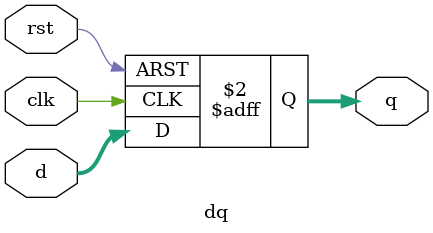
<source format=sv>
module dq
(
    input  logic unsigned [3:0] d,
    input  logic clk, rst,
    output logic [3:0] q
);

always_ff @(posedge clk or posedge rst) begin

    if(rst) begin
        q <= 0;
    end
    else begin
        q <= d;
    end
end

endmodule
</source>
